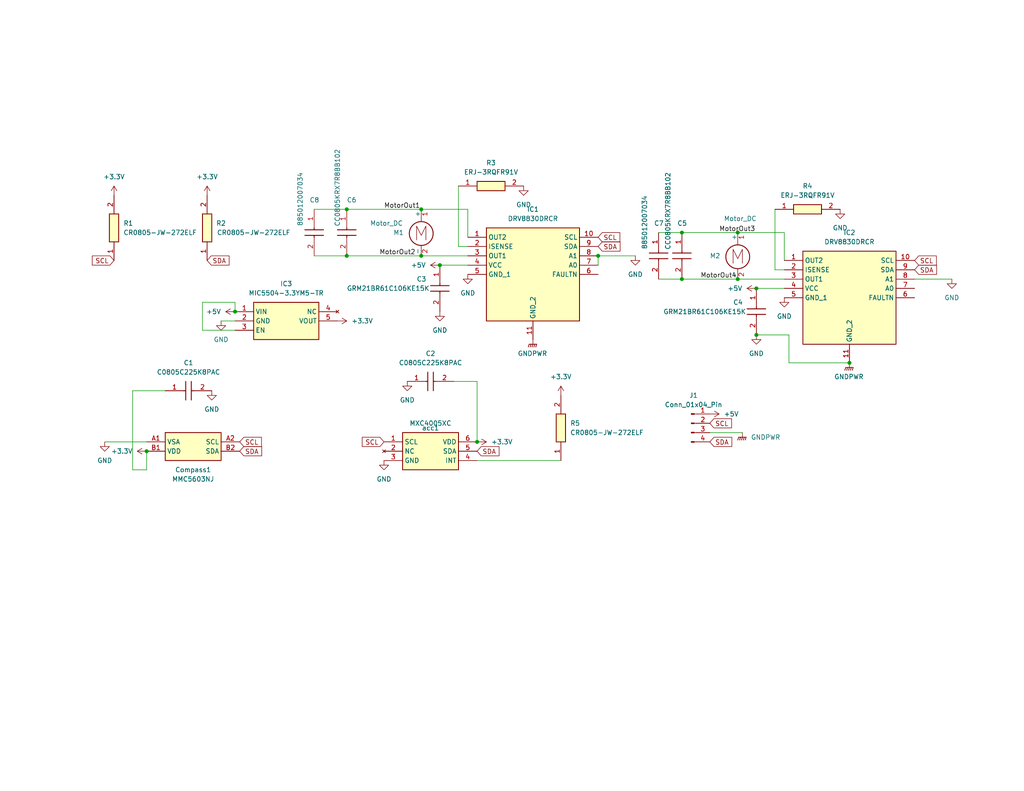
<source format=kicad_sch>
(kicad_sch (version 20231120) (generator "eeschema") (generator_version "8.0")
  (paper "USLetter")
  (lib_symbols
    (symbol "Connector:Conn_01x04_Pin" (pin_names (offset 1.016) hide)
      (property "Reference" "J" (at 0 5.08 0))
      (property "Value" "Conn_01x04_Pin" (at 0 -7.62 0))
      (symbol "Conn_01x04_Pin_1_1"
        (polyline (pts (xy 1.27 -5.08) (xy 0.8636 -5.08)) (stroke (width 0.1524)))
        (polyline (pts (xy 1.27 -2.54) (xy 0.8636 -2.54)) (stroke (width 0.1524)))
        (polyline (pts (xy 1.27 0) (xy 0.8636 0)) (stroke (width 0.1524)))
        (polyline (pts (xy 1.27 2.54) (xy 0.8636 2.54)) (stroke (width 0.1524)))
        (rectangle (start 0.8636 -4.953) (end 0 -5.207) (stroke (width 0.1524)) (fill (type outline)))
        (rectangle (start 0.8636 -2.413) (end 0 -2.667) (stroke (width 0.1524)) (fill (type outline)))
        (rectangle (start 0.8636 0.127) (end 0 -0.127) (stroke (width 0.1524)) (fill (type outline)))
        (rectangle (start 0.8636 2.667) (end 0 2.413) (stroke (width 0.1524)) (fill (type outline)))
        (pin passive line (at 5.08 2.54 180) (length 3.81) (name "Pin_1") (number "1"))
        (pin passive line (at 5.08 0 180) (length 3.81) (name "Pin_2") (number "2"))
        (pin passive line (at 5.08 -2.54 180) (length 3.81) (name "Pin_3") (number "3"))
        (pin passive line (at 5.08 -5.08 180) (length 3.81) (name "Pin_4") (number "4"))
      )
    )
    (symbol "Motor:Motor_DC" (pin_names (offset 0))
      (property "Reference" "M" (at 2.54 2.54 0))
      (property "Value" "Motor_DC" (at 2.54 -5.08 0))
      (symbol "Motor_DC_0_0"
        (polyline (pts (xy -1.27 -3.302) (xy -1.27 0.508) (xy 0 -2.032) (xy 1.27 0.508) (xy 1.27 -3.302)))
      )
      (symbol "Motor_DC_0_1"
        (circle (center 0 -1.524) (radius 3.2512) (stroke (width 0.254)))
        (polyline (pts (xy 0 -7.62) (xy 0 -7.112)))
        (polyline (pts (xy 0 -4.7752) (xy 0 -5.1816)))
        (polyline (pts (xy 0 1.7272) (xy 0 2.0828)))
        (polyline (pts (xy 0 2.032) (xy 0 2.54)))
      )
      (symbol "Motor_DC_1_1"
        (pin passive line (at 0 5.08 270) (length 2.54) (name "+") (number "1"))
        (pin passive line (at 0 -7.62 90) (length 2.54) (name "-") (number "2"))
      )
    )
    (symbol "Samacsys:885012007034" (pin_names hide)
      (property "Reference" "C" (at 8.89 6.35 0))
      (property "Value" "885012007034" (at 8.89 3.81 0))
      (symbol "885012007034_1_1"
        (polyline (pts (xy 5.08 0) (xy 5.588 0)) (stroke (width 0.254)))
        (polyline (pts (xy 5.588 2.54) (xy 5.588 -2.54)) (stroke (width 0.254)))
        (polyline (pts (xy 7.112 0) (xy 7.62 0)) (stroke (width 0.254)))
        (polyline (pts (xy 7.112 2.54) (xy 7.112 -2.54)) (stroke (width 0.254)))
        (pin passive line (at 0 0 0) (length 5.08) (name "1") (number "1"))
        (pin passive line (at 12.7 0 180) (length 5.08) (name "2") (number "2"))
      )
    )
    (symbol "Samacsys:C0805C225K8PAC" (pin_names hide)
      (property "Reference" "C" (at 8.89 6.35 0))
      (property "Value" "C0805C225K8PAC" (at 8.89 3.81 0))
      (symbol "C0805C225K8PAC_1_1"
        (polyline (pts (xy 5.08 0) (xy 5.588 0)) (stroke (width 0.254)))
        (polyline (pts (xy 5.588 2.54) (xy 5.588 -2.54)) (stroke (width 0.254)))
        (polyline (pts (xy 7.112 0) (xy 7.62 0)) (stroke (width 0.254)))
        (polyline (pts (xy 7.112 2.54) (xy 7.112 -2.54)) (stroke (width 0.254)))
        (pin passive line (at 0 0 0) (length 5.08) (name "1") (number "1"))
        (pin passive line (at 12.7 0 180) (length 5.08) (name "2") (number "2"))
      )
    )
    (symbol "Samacsys:CC0805KRX7R8BB102" (pin_names hide)
      (property "Reference" "C" (at 8.89 6.35 0))
      (property "Value" "CC0805KRX7R8BB102" (at 8.89 3.81 0))
      (symbol "CC0805KRX7R8BB102_1_1"
        (polyline (pts (xy 5.08 0) (xy 5.588 0)) (stroke (width 0.254)))
        (polyline (pts (xy 5.588 2.54) (xy 5.588 -2.54)) (stroke (width 0.254)))
        (polyline (pts (xy 7.112 0) (xy 7.62 0)) (stroke (width 0.254)))
        (polyline (pts (xy 7.112 2.54) (xy 7.112 -2.54)) (stroke (width 0.254)))
        (pin passive line (at 0 0 0) (length 5.08) (name "1") (number "1"))
        (pin passive line (at 12.7 0 180) (length 5.08) (name "2") (number "2"))
      )
    )
    (symbol "Samacsys:CR0805-JW-272ELF" (pin_names hide)
      (property "Reference" "R" (at 13.97 6.35 0))
      (property "Value" "CR0805-JW-272ELF" (at 13.97 3.81 0))
      (symbol "CR0805-JW-272ELF_1_1"
        (rectangle (start 5.08 1.27) (end 12.7 -1.27) (stroke (width 0.254)) (fill (type background)))
        (pin passive line (at 0 0 0) (length 5.08) (name "1") (number "1"))
        (pin passive line (at 17.78 0 180) (length 5.08) (name "2") (number "2"))
      )
    )
    (symbol "Samacsys:DRV8830DRCR"
      (property "Reference" "IC" (at 31.75 7.62 0))
      (property "Value" "DRV8830DRCR" (at 31.75 5.08 0))
      (symbol "DRV8830DRCR_1_1"
        (rectangle (start 5.08 2.54) (end 30.48 -22.86) (stroke (width 0.254)) (fill (type background)))
        (pin passive line (at 0 0 0) (length 5.08) (name "OUT2") (number "1"))
        (pin passive line (at 35.56 0 180) (length 5.08) (name "SCL") (number "10"))
        (pin passive line (at 17.78 -27.94 90) (length 5.08) (name "GND_2") (number "11"))
        (pin passive line (at 0 -2.54 0) (length 5.08) (name "ISENSE") (number "2"))
        (pin passive line (at 0 -5.08 0) (length 5.08) (name "OUT1") (number "3"))
        (pin passive line (at 0 -7.62 0) (length 5.08) (name "VCC") (number "4"))
        (pin passive line (at 0 -10.16 0) (length 5.08) (name "GND_1") (number "5"))
        (pin passive line (at 35.56 -10.16 180) (length 5.08) (name "FAULTN") (number "6"))
        (pin passive line (at 35.56 -7.62 180) (length 5.08) (name "A0") (number "7"))
        (pin passive line (at 35.56 -5.08 180) (length 5.08) (name "A1") (number "8"))
        (pin passive line (at 35.56 -2.54 180) (length 5.08) (name "SDA") (number "9"))
      )
    )
    (symbol "Samacsys:ERJ-3RQFR91V" (pin_names hide)
      (property "Reference" "R" (at 13.97 6.35 0))
      (property "Value" "ERJ-3RQFR91V" (at 13.97 3.81 0))
      (symbol "ERJ-3RQFR91V_1_1"
        (rectangle (start 5.08 1.27) (end 12.7 -1.27) (stroke (width 0.254)) (fill (type background)))
        (pin passive line (at 0 0 0) (length 5.08) (name "1") (number "1"))
        (pin passive line (at 17.78 0 180) (length 5.08) (name "2") (number "2"))
      )
    )
    (symbol "Samacsys:GRM21BR61C106KE15K" (pin_names hide)
      (property "Reference" "C" (at 8.89 6.35 0))
      (property "Value" "GRM21BR61C106KE15K" (at 8.89 3.81 0))
      (symbol "GRM21BR61C106KE15K_1_1"
        (polyline (pts (xy 5.08 0) (xy 5.588 0)) (stroke (width 0.254)))
        (polyline (pts (xy 5.588 2.54) (xy 5.588 -2.54)) (stroke (width 0.254)))
        (polyline (pts (xy 7.112 0) (xy 7.62 0)) (stroke (width 0.254)))
        (polyline (pts (xy 7.112 2.54) (xy 7.112 -2.54)) (stroke (width 0.254)))
        (pin passive line (at 0 0 0) (length 5.08) (name "1") (number "1"))
        (pin passive line (at 12.7 0 180) (length 5.08) (name "2") (number "2"))
      )
    )
    (symbol "Samacsys:MIC5504-3.3YM5-TR"
      (property "Reference" "IC" (at 24.13 7.62 0))
      (property "Value" "MIC5504-3.3YM5-TR" (at 24.13 5.08 0))
      (symbol "MIC5504-3.3YM5-TR_1_1"
        (rectangle (start 5.08 2.54) (end 22.86 -7.62) (stroke (width 0.254)) (fill (type background)))
        (pin passive line (at 0 0 0) (length 5.08) (name "VIN") (number "1"))
        (pin passive line (at 0 -2.54 0) (length 5.08) (name "GND") (number "2"))
        (pin passive line (at 0 -5.08 0) (length 5.08) (name "EN") (number "3"))
        (pin no_connect line (at 27.94 0 180) (length 5.08) (name "NC") (number "4"))
        (pin passive line (at 27.94 -2.54 180) (length 5.08) (name "VOUT") (number "5"))
      )
    )
    (symbol "Samacsys:MMC5603NJ"
      (property "Reference" "IC" (at 21.59 7.62 0))
      (property "Value" "MMC5603NJ" (at 21.59 5.08 0))
      (symbol "MMC5603NJ_1_1"
        (rectangle (start 5.08 2.54) (end 20.32 -5.08) (stroke (width 0.254)) (fill (type background)))
        (pin passive line (at 0 0 0) (length 5.08) (name "VSA") (number "A1"))
        (pin passive line (at 25.4 0 180) (length 5.08) (name "SCL") (number "A2"))
        (pin passive line (at 0 -2.54 0) (length 5.08) (name "VDD") (number "B1"))
        (pin passive line (at 25.4 -2.54 180) (length 5.08) (name "SDA") (number "B2"))
      )
    )
    (symbol "Samacsys:MXC4005XC"
      (property "Reference" "IC" (at 21.59 7.62 0))
      (property "Value" "MXC4005XC" (at 21.59 5.08 0))
      (symbol "MXC4005XC_1_1"
        (rectangle (start 5.08 2.54) (end 20.32 -7.62) (stroke (width 0.254)) (fill (type background)))
        (pin passive line (at 0 0 0) (length 5.08) (name "SCL") (number "1"))
        (pin no_connect line (at 0 -2.54 0) (length 5.08) (name "NC") (number "2"))
        (pin passive line (at 0 -5.08 0) (length 5.08) (name "GND") (number "3"))
        (pin passive line (at 25.4 -5.08 180) (length 5.08) (name "INT") (number "4"))
        (pin passive line (at 25.4 -2.54 180) (length 5.08) (name "SDA") (number "5"))
        (pin passive line (at 25.4 0 180) (length 5.08) (name "VDD") (number "6"))
      )
    )
    (symbol "power:+3.3V" (power) (pin_names (offset 0))
      (property "Value" "+3.3V" (at 0 3.556 0))
      (symbol "+3.3V_0_1"
        (polyline (pts (xy -0.762 1.27) (xy 0 2.54)))
        (polyline (pts (xy 0 0) (xy 0 2.54)))
        (polyline (pts (xy 0 2.54) (xy 0.762 1.27)))
      )
      (symbol "+3.3V_1_1"
        (pin power_in line (at 0 0 90) (length 0) hide (name "+3.3V") (number "1"))
      )
    )
    (symbol "power:+5V" (power) (pin_names (offset 0))
      (property "Value" "+5V" (at 0 3.556 0))
      (symbol "+5V_0_1"
        (polyline (pts (xy -0.762 1.27) (xy 0 2.54)))
        (polyline (pts (xy 0 0) (xy 0 2.54)))
        (polyline (pts (xy 0 2.54) (xy 0.762 1.27)))
      )
      (symbol "+5V_1_1"
        (pin power_in line (at 0 0 90) (length 0) hide (name "+5V") (number "1"))
      )
    )
    (symbol "power:GND" (power) (pin_names (offset 0))
      (property "Value" "GND" (at 0 -3.81 0))
      (symbol "GND_0_1"
        (polyline (pts (xy 0 0) (xy 0 -1.27) (xy 1.27 -1.27) (xy 0 -2.54) (xy -1.27 -1.27) (xy 0 -1.27)))
      )
      (symbol "GND_1_1"
        (pin power_in line (at 0 0 270) (length 0) hide (name "GND") (number "1"))
      )
    )
    (symbol "power:GNDPWR" (power) (pin_names (offset 0))
      (property "Value" "GNDPWR" (at 0 -3.302 0))
      (symbol "GNDPWR_0_1"
        (polyline (pts (xy 0 -1.27) (xy 0 0)))
        (polyline (pts (xy -1.016 -1.27) (xy -1.27 -2.032) (xy -1.27 -2.032)) (stroke (width 0.2032)))
        (polyline (pts (xy -0.508 -1.27) (xy -0.762 -2.032) (xy -0.762 -2.032)) (stroke (width 0.2032)))
        (polyline (pts (xy 0 -1.27) (xy -0.254 -2.032) (xy -0.254 -2.032)) (stroke (width 0.2032)))
        (polyline (pts (xy 0.508 -1.27) (xy 0.254 -2.032) (xy 0.254 -2.032)) (stroke (width 0.2032)))
        (polyline (pts (xy 1.016 -1.27) (xy -1.016 -1.27) (xy -1.016 -1.27)) (stroke (width 0.2032)))
        (polyline (pts (xy 1.016 -1.27) (xy 0.762 -2.032) (xy 0.762 -2.032) (xy 0.762 -2.032)) (stroke (width 0.2032)))
      )
      (symbol "GNDPWR_1_1"
        (pin power_in line (at 0 0 270) (length 0) hide (name "GNDPWR") (number "1"))
      )
    )
  )
  (junction (at 201.295 63.5))
  (junction (at 94.615 69.85))
  (junction (at 186.055 76.2))
  (junction (at 206.375 78.74))
  (junction (at 94.615 57.15))
  (junction (at 40.005 123.19))
  (junction (at 201.295 76.2))
  (junction (at 130.175 120.65))
  (junction (at 186.055 63.5))
  (junction (at 114.935 69.85))
  (junction (at 163.195 69.85))
  (junction (at 114.935 57.15))
  (junction (at 206.375 91.44))
  (junction (at 120.015 72.39))
  (junction (at 231.775 99.06))
  (junction (at 64.135 85.09))
  (wire (pts (xy 45.085 106.68) (xy 36.195 106.68)))
  (wire (pts (xy 123.825 104.14) (xy 130.175 104.14)))
  (wire (pts (xy 85.725 57.15) (xy 94.615 57.15)))
  (wire (pts (xy 55.245 90.17) (xy 55.245 82.55)))
  (wire (pts (xy 179.705 76.2) (xy 186.055 76.2)))
  (wire (pts (xy 94.615 69.85) (xy 114.935 69.85)))
  (wire (pts (xy 206.375 91.44) (xy 215.265 91.44)))
  (wire (pts (xy 249.555 76.2) (xy 259.715 76.2)))
  (wire (pts (xy 206.375 78.74) (xy 213.995 78.74)))
  (wire (pts (xy 163.195 69.85) (xy 163.195 72.39)))
  (wire (pts (xy 186.055 63.5) (xy 201.295 63.5)))
  (wire (pts (xy 201.295 76.2) (xy 213.995 76.2)))
  (wire (pts (xy 94.615 57.15) (xy 114.935 57.15)))
  (wire (pts (xy 55.245 82.55) (xy 64.135 82.55)))
  (wire (pts (xy 36.195 106.68) (xy 36.195 128.27)))
  (wire (pts (xy 36.195 128.27) (xy 40.005 128.27)))
  (wire (pts (xy 64.135 90.17) (xy 55.245 90.17)))
  (wire (pts (xy 153.035 125.73) (xy 130.175 125.73)))
  (wire (pts (xy 163.195 69.85) (xy 173.355 69.85)))
  (wire (pts (xy 193.675 118.11) (xy 202.565 118.11)))
  (wire (pts (xy 211.455 73.66) (xy 213.995 73.66)))
  (wire (pts (xy 215.265 91.44) (xy 215.265 99.06)))
  (wire (pts (xy 125.095 67.31) (xy 127.635 67.31)))
  (wire (pts (xy 211.455 57.15) (xy 211.455 73.66)))
  (wire (pts (xy 120.015 72.39) (xy 127.635 72.39)))
  (wire (pts (xy 201.295 63.5) (xy 213.995 63.5)))
  (wire (pts (xy 64.135 82.55) (xy 64.135 85.09)))
  (wire (pts (xy 213.995 63.5) (xy 213.995 71.12)))
  (wire (pts (xy 114.935 57.15) (xy 127.635 57.15)))
  (wire (pts (xy 40.005 128.27) (xy 40.005 123.19)))
  (wire (pts (xy 130.175 104.14) (xy 130.175 120.65)))
  (wire (pts (xy 127.635 57.15) (xy 127.635 64.77)))
  (wire (pts (xy 28.575 120.65) (xy 40.005 120.65)))
  (wire (pts (xy 60.325 87.63) (xy 64.135 87.63)))
  (wire (pts (xy 215.265 99.06) (xy 231.775 99.06)))
  (wire (pts (xy 186.055 76.2) (xy 201.295 76.2)))
  (wire (pts (xy 114.935 69.85) (xy 127.635 69.85)))
  (wire (pts (xy 85.725 69.85) (xy 94.615 69.85)))
  (wire (pts (xy 179.705 63.5) (xy 186.055 63.5)))
  (wire (pts (xy 125.095 50.8) (xy 125.095 67.31)))
  (label "MotorOut1" (at 104.775 57.15 0))
  (label "MotorOut4" (at 191.135 76.2 0))
  (label "MotorOut3" (at 196.215 63.5 0))
  (label "MotorOut2" (at 103.505 69.85 0))
  (global_label "SDA" (shape input) (at 56.515 71.12 0) (property "Intersheetrefs" "${INTERSHEET_REFS}" (effects (hide yes))))
  (global_label "SDA" (shape input) (at 65.405 123.19 0) (property "Intersheetrefs" "${INTERSHEET_REFS}" (effects (hide yes))))
  (global_label "SCL" (shape input) (at 193.675 115.57 0) (property "Intersheetrefs" "${INTERSHEET_REFS}" (effects (hide yes))))
  (global_label "SCL" (shape input) (at 249.555 71.12 0) (property "Intersheetrefs" "${INTERSHEET_REFS}" (effects (hide yes))))
  (global_label "SDA" (shape input) (at 249.555 73.66 0) (property "Intersheetrefs" "${INTERSHEET_REFS}" (effects (hide yes))))
  (global_label "SCL" (shape input) (at 163.195 64.77 0) (property "Intersheetrefs" "${INTERSHEET_REFS}" (effects (hide yes))))
  (global_label "SCL" (shape input) (at 65.405 120.65 0) (property "Intersheetrefs" "${INTERSHEET_REFS}" (effects (hide yes))))
  (global_label "SDA" (shape input) (at 163.195 67.31 0) (property "Intersheetrefs" "${INTERSHEET_REFS}" (effects (hide yes))))
  (global_label "SDA" (shape input) (at 130.175 123.19 0) (property "Intersheetrefs" "${INTERSHEET_REFS}" (effects (hide yes))))
  (global_label "SCL" (shape input) (at 31.115 71.12 180) (property "Intersheetrefs" "${INTERSHEET_REFS}" (effects (hide yes))))
  (global_label "SDA" (shape input) (at 193.675 120.65 0) (property "Intersheetrefs" "${INTERSHEET_REFS}" (effects (hide yes))))
  (global_label "SCL" (shape input) (at 104.775 120.65 180) (property "Intersheetrefs" "${INTERSHEET_REFS}" (effects (hide yes))))
  (symbol (lib_id "Samacsys:CR0805-JW-272ELF") (at 56.515 71.12 90) (unit 1)
    (property "Reference" "R2" (at 60.325 60.96 90))
    (property "Value" "CR0805-JW-272ELF" (at 69.215 63.5 90))
    (property "Footprint" "Samacsys:RESC2012X60N" (effects (hide yes)))
    (property "Datasheet" "https://www.bourns.com/pdfs/chpreztr.pdf" (effects (hide yes)))
    (property "Height" "0.6" (effects (hide yes)))
    (property "Mouser Part Number" "652-CR0805JW-272ELF" (effects (hide yes)))
    (property "Mouser Price/Stock" "https://www.mouser.co.uk/ProductDetail/Bourns/CR0805-JW-272ELF?qs=%252BcBkmVQIZ2T7fs90LBgILQ%3D%3D" (effects (hide yes)))
    (property "Manufacturer_Name" "Bourns" (effects (hide yes)))
    (property "Manufacturer_Part_Number" "CR0805-JW-272ELF" (effects (hide yes)))
  )
  (symbol (lib_id "Samacsys:MMC5603NJ") (at 40.005 120.65 0) (unit 1)
    (property "Reference" "Compass1" (at 52.705 128.27 0))
    (property "Value" "MMC5603NJ" (at 52.705 130.81 0))
    (property "Footprint" "Samacsys:MMC5603NJ" (effects (hide yes)))
    (property "Datasheet" "https://www.mouser.de/datasheet/2/821/Memsic_09102019_MMC5603NJ_Datasheet_Rev.B-1635324.pdf" (effects (hide yes)))
    (property "Height" "0.6" (effects (hide yes)))
    (property "Mouser Part Number" "438-MMC5603NJ" (effects (hide yes)))
    (property "Mouser Price/Stock" "https://www.mouser.co.uk/ProductDetail/MEMSIC/MMC5603NJ?qs=B6kkDfuK7%2FDOubZFFHvcXw%3D%3D" (effects (hide yes)))
    (property "Manufacturer_Name" "MEMSIC" (effects (hide yes)))
    (property "Manufacturer_Part_Number" "MMC5603NJ" (effects (hide yes)))
  )
  (symbol (lib_id "power:GND") (at 104.775 125.73 0) (unit 1)
    (property "Reference" "#PWR01" (effects (hide yes)))
    (property "Value" "GND" (at 104.775 130.81 0))
  )
  (symbol (lib_id "power:GND") (at 142.875 50.8 0) (unit 1)
    (property "Reference" "#PWR08" (effects (hide yes)))
    (property "Value" "GND" (at 142.875 55.88 0))
  )
  (symbol (lib_id "Samacsys:ERJ-3RQFR91V") (at 125.095 50.8 0) (unit 1)
    (property "Reference" "R3" (at 133.985 44.45 0))
    (property "Value" "ERJ-3RQFR91V" (at 133.985 46.99 0))
    (property "Footprint" "Samacsys:ERJ3_B_BQ_BW_LW_(0603)" (effects (hide yes)))
    (property "Datasheet" "http://industrial.panasonic.com/cdbs/www-data/pdf/RDN0000/AOA0000C313.pdf" (effects (hide yes)))
    (property "Mouser Part Number" "667-ERJ-3RQFR91V" (effects (hide yes)))
    (property "Mouser Price/Stock" "https://www.mouser.co.uk/ProductDetail/Panasonic/ERJ-3RQFR91V?qs=KH2o3k57USjDASjCCUSeYQ%3D%3D" (effects (hide yes)))
    (property "Manufacturer_Name" "Panasonic" (effects (hide yes)))
    (property "Manufacturer_Part_Number" "ERJ-3RQFR91V" (effects (hide yes)))
  )
  (symbol (lib_id "Samacsys:DRV8830DRCR") (at 127.635 64.77 0) (unit 1)
    (property "Reference" "IC1" (at 145.415 57.15 0))
    (property "Value" "DRV8830DRCR" (at 145.415 59.69 0))
    (property "Footprint" "Samacsys:SON50P300X300X100-11N-D" (effects (hide yes)))
    (property "Datasheet" "http://www.ti.com/lit/gpn/drv8830" (effects (hide yes)))
    (property "Height" "1" (effects (hide yes)))
    (property "Mouser Part Number" "595-DRV8830DRCR" (effects (hide yes)))
    (property "Mouser Price/Stock" "https://www.mouser.co.uk/ProductDetail/Texas-Instruments/DRV8830DRCR?qs=0gJBXdIUCJlJZs6VRNmUtw%3D%3D" (effects (hide yes)))
    (property "Manufacturer_Name" "Texas Instruments" (effects (hide yes)))
    (property "Manufacturer_Part_Number" "DRV8830DRCR" (effects (hide yes)))
  )
  (symbol (lib_id "power:GND") (at 259.715 76.2 0) (unit 1)
    (property "Reference" "#PWR024" (effects (hide yes)))
    (property "Value" "GND" (at 259.715 81.28 0))
  )
  (symbol (lib_id "Samacsys:DRV8830DRCR") (at 213.995 71.12 0) (unit 1)
    (property "Reference" "IC2" (at 231.775 63.5 0))
    (property "Value" "DRV8830DRCR" (at 231.775 66.04 0))
    (property "Footprint" "Samacsys:SON50P300X300X100-11N-D" (effects (hide yes)))
    (property "Datasheet" "http://www.ti.com/lit/gpn/drv8830" (effects (hide yes)))
    (property "Height" "1" (effects (hide yes)))
    (property "Mouser Part Number" "595-DRV8830DRCR" (effects (hide yes)))
    (property "Mouser Price/Stock" "https://www.mouser.co.uk/ProductDetail/Texas-Instruments/DRV8830DRCR?qs=0gJBXdIUCJlJZs6VRNmUtw%3D%3D" (effects (hide yes)))
    (property "Manufacturer_Name" "Texas Instruments" (effects (hide yes)))
    (property "Manufacturer_Part_Number" "DRV8830DRCR" (effects (hide yes)))
  )
  (symbol (lib_id "Samacsys:885012007034") (at 179.705 63.5 270) (unit 1)
    (property "Reference" "C7" (at 178.435 60.96 90) (effects (justify left)))
    (property "Value" "885012007034" (at 175.895 53.34 0) (effects (justify left)))
    (property "Footprint" "Samacsys:CAPC2012X70N" (effects (hide yes)))
    (property "Datasheet" "https://katalog.we-online.com/pbs/datasheet/885012007034.pdf" (effects (hide yes)))
    (property "Height" "0.7" (effects (hide yes)))
    (property "Mouser Part Number" "710-885012007034" (effects (hide yes)))
    (property "Mouser Price/Stock" "https://www.mouser.co.uk/ProductDetail/Wurth-Elektronik/885012007034?qs=0KOYDY2FL2%2Fe7W6MOnhOJQ%3D%3D" (effects (hide yes)))
    (property "Manufacturer_Name" "Wurth Elektronik" (effects (hide yes)))
    (property "Manufacturer_Part_Number" "885012007034" (effects (hide yes)))
  )
  (symbol (lib_id "power:GND") (at 57.785 106.68 0) (unit 1)
    (property "Reference" "#PWR07" (effects (hide yes)))
    (property "Value" "GND" (at 57.785 111.76 0))
  )
  (symbol (lib_id "power:+5V") (at 193.675 113.03 270) (unit 1)
    (property "Reference" "#PWR025" (effects (hide yes)))
    (property "Value" "+5V" (at 197.485 113.03 90) (effects (justify left)))
  )
  (symbol (lib_id "power:+3.3V") (at 56.515 53.34 0) (unit 1)
    (property "Reference" "#PWR05" (effects (hide yes)))
    (property "Value" "+3.3V" (at 56.515 48.26 0))
  )
  (symbol (lib_id "power:GNDPWR") (at 145.415 92.71 0) (unit 1)
    (property "Reference" "#PWR015" (effects (hide yes)))
    (property "Value" "GNDPWR" (at 145.288 96.52 0))
  )
  (symbol (lib_id "power:+3.3V") (at 40.005 123.19 90) (unit 1)
    (property "Reference" "#PWR010" (effects (hide yes)))
    (property "Value" "+3.3V" (at 36.195 123.19 90) (effects (justify left)))
  )
  (symbol (lib_id "power:GND") (at 28.575 120.65 0) (unit 1)
    (property "Reference" "#PWR02" (effects (hide yes)))
    (property "Value" "GND" (at 28.575 125.73 0))
  )
  (symbol (lib_id "power:+3.3V") (at 92.075 87.63 270) (unit 1)
    (property "Reference" "#PWR04" (effects (hide yes)))
    (property "Value" "+3.3V" (at 95.885 87.63 90) (effects (justify left)))
  )
  (symbol (lib_id "power:GND") (at 120.015 85.09 0) (unit 1)
    (property "Reference" "#PWR016" (effects (hide yes)))
    (property "Value" "GND" (at 120.015 90.17 0))
  )
  (symbol (lib_id "power:GND") (at 60.325 87.63 0) (unit 1)
    (property "Reference" "#PWR03" (effects (hide yes)))
    (property "Value" "GND" (at 60.325 92.71 0))
  )
  (symbol (lib_id "power:GNDPWR") (at 202.565 118.11 0) (unit 1)
    (property "Reference" "#PWR026" (effects (hide yes)))
    (property "Value" "GNDPWR" (at 208.915 119.38 0))
  )
  (symbol (lib_id "Samacsys:MIC5504-3.3YM5-TR") (at 64.135 85.09 0) (unit 1)
    (property "Reference" "IC3" (at 78.105 77.47 0))
    (property "Value" "MIC5504-3.3YM5-TR" (at 78.105 80.01 0))
    (property "Footprint" "Samacsys:SOT95P280X145-5N" (effects (hide yes)))
    (property "Datasheet" "https://componentsearchengine.com/Datasheets/2/MIC5504-3.3YM5-TR.pdf" (effects (hide yes)))
    (property "Height" "1.45" (effects (hide yes)))
    (property "Mouser Part Number" "998-MIC5504-3.3YM5TR" (effects (hide yes)))
    (property "Mouser Price/Stock" "https://www.mouser.co.uk/ProductDetail/Microchip-Technology/MIC5504-3.3YM5-TR?qs=U6T8BxXiZAUmVQ5Zs217qQ%3D%3D" (effects (hide yes)))
    (property "Manufacturer_Name" "Microchip" (effects (hide yes)))
    (property "Manufacturer_Part_Number" "MIC5504-3.3YM5-TR" (effects (hide yes)))
  )
  (symbol (lib_id "Samacsys:CR0805-JW-272ELF") (at 31.115 71.12 90) (unit 1)
    (property "Reference" "R1" (at 33.655 60.96 90) (effects (justify right)))
    (property "Value" "CR0805-JW-272ELF" (at 33.655 63.5 90) (effects (justify right)))
    (property "Footprint" "Samacsys:RESC2012X60N" (effects (hide yes)))
    (property "Datasheet" "https://www.bourns.com/pdfs/chpreztr.pdf" (effects (hide yes)))
    (property "Height" "0.6" (effects (hide yes)))
    (property "Mouser Part Number" "652-CR0805JW-272ELF" (effects (hide yes)))
    (property "Mouser Price/Stock" "https://www.mouser.co.uk/ProductDetail/Bourns/CR0805-JW-272ELF?qs=%252BcBkmVQIZ2T7fs90LBgILQ%3D%3D" (effects (hide yes)))
    (property "Manufacturer_Name" "Bourns" (effects (hide yes)))
    (property "Manufacturer_Part_Number" "CR0805-JW-272ELF" (effects (hide yes)))
  )
  (symbol (lib_id "Samacsys:GRM21BR61C106KE15K") (at 206.375 78.74 270) (unit 1)
    (property "Reference" "C4" (at 200.025 82.55 90) (effects (justify left)))
    (property "Value" "GRM21BR61C106KE15K" (at 180.975 85.09 90) (effects (justify left)))
    (property "Footprint" "Samacsys:CAPC2012X145N" (effects (hide yes)))
    (property "Datasheet" "http://www.murata.com/~/media/webrenewal/support/library/catalog/products/capacitor/mlcc/c02e.pdf" (effects (hide yes)))
    (property "Height" "1.45" (effects (hide yes)))
    (property "Mouser Part Number" "81-GRM21BR61C106KE5K" (effects (hide yes)))
    (property "Mouser Price/Stock" "https://www.mouser.co.uk/ProductDetail/Murata-Electronics/GRM21BR61C106KE15K?qs=h0WOCFF19ULjTOS37upAEw%3D%3D" (effects (hide yes)))
    (property "Manufacturer_Name" "Murata Electronics" (effects (hide yes)))
    (property "Manufacturer_Part_Number" "GRM21BR61C106KE15K" (effects (hide yes)))
  )
  (symbol (lib_id "power:GND") (at 229.235 57.15 0) (unit 1)
    (property "Reference" "#PWR012" (effects (hide yes)))
    (property "Value" "GND" (at 229.235 62.23 0))
  )
  (symbol (lib_id "power:GND") (at 127.635 74.93 0) (unit 1)
    (property "Reference" "#PWR018" (effects (hide yes)))
    (property "Value" "GND" (at 127.635 80.01 0))
  )
  (symbol (lib_id "power:+3.3V") (at 130.175 120.65 270) (unit 1)
    (property "Reference" "#PWR011" (effects (hide yes)))
    (property "Value" "+3.3V" (at 133.985 120.65 90) (effects (justify left)))
  )
  (symbol (lib_id "Samacsys:CR0805-JW-272ELF") (at 153.035 125.73 90) (unit 1)
    (property "Reference" "R5" (at 155.575 115.57 90) (effects (justify right)))
    (property "Value" "CR0805-JW-272ELF" (at 155.575 118.11 90) (effects (justify right)))
    (property "Footprint" "Samacsys:RESC2012X60N" (effects (hide yes)))
    (property "Datasheet" "https://www.bourns.com/pdfs/chpreztr.pdf" (effects (hide yes)))
    (property "Height" "0.6" (effects (hide yes)))
    (property "Mouser Part Number" "652-CR0805JW-272ELF" (effects (hide yes)))
    (property "Mouser Price/Stock" "https://www.mouser.co.uk/ProductDetail/Bourns/CR0805-JW-272ELF?qs=%252BcBkmVQIZ2T7fs90LBgILQ%3D%3D" (effects (hide yes)))
    (property "Manufacturer_Name" "Bourns" (effects (hide yes)))
    (property "Manufacturer_Part_Number" "CR0805-JW-272ELF" (effects (hide yes)))
  )
  (symbol (lib_id "power:+5V") (at 206.375 78.74 90) (unit 1)
    (property "Reference" "#PWR020" (effects (hide yes)))
    (property "Value" "+5V" (at 202.565 78.74 90) (effects (justify left)))
  )
  (symbol (lib_id "Samacsys:CC0805KRX7R8BB102") (at 94.615 57.15 270) (unit 1)
    (property "Reference" "C6" (at 94.615 54.61 90) (effects (justify left)))
    (property "Value" "CC0805KRX7R8BB102" (at 92.075 40.64 0) (effects (justify left)))
    (property "Footprint" "Samacsys:CAPC2012X70N" (effects (hide yes)))
    (property "Datasheet" "https://4donline.ihs.com/images/VipMasterIC/IC/YAGO/YAGO-S-A0018534584/YAGO-S-A0018882785-1.pdf?hkey=EF798316E3902B6ED9A73243A3159BB0" (effects (hide yes)))
    (property "Height" "0.7" (effects (hide yes)))
    (property "Manufacturer_Name" "YAGEO" (effects (hide yes)))
    (property "Manufacturer_Part_Number" "CC0805KRX7R8BB102" (effects (hide yes)))
  )
  (symbol (lib_id "power:GNDPWR") (at 231.775 99.06 0) (unit 1)
    (property "Reference" "#PWR023" (effects (hide yes)))
    (property "Value" "GNDPWR" (at 231.648 102.87 0))
  )
  (symbol (lib_id "Samacsys:MXC4005XC") (at 104.775 120.65 0) (unit 1)
    (property "Reference" "acc1" (at 117.475 116.84 0))
    (property "Value" "MXC4005XC" (at 117.475 115.57 0))
    (property "Footprint" "Samacsys:MXC4005XC" (effects (hide yes)))
    (property "Datasheet" "https://datasheet.datasheetarchive.com/originals/distributors/Datasheets_SAMA/aa0fcdfc55209a6ab2215b00180fe2f1.pdf" (effects (hide yes)))
    (property "Height" "0.885" (effects (hide yes)))
    (property "Mouser Part Number" "438-MXC4005XC" (effects (hide yes)))
    (property "Mouser Price/Stock" "https://www.mouser.co.uk/ProductDetail/MEMSIC/MXC4005XC?qs=RcG8xmE7yp3iyYgWLmAtUw%3D%3D" (effects (hide yes)))
    (property "Manufacturer_Name" "MEMSIC" (effects (hide yes)))
    (property "Manufacturer_Part_Number" "MXC4005XC" (effects (hide yes)))
  )
  (symbol (lib_id "Motor:Motor_DC") (at 201.295 68.58 0) (mirror y) (unit 1)
    (property "Reference" "M2" (at 193.675 69.85 0) (effects (justify right)))
    (property "Value" "Motor_DC" (at 197.485 59.69 0) (effects (justify right)))
    (property "Footprint" "1 Zeke:Micro Motor" (effects (hide yes)))
  )
  (symbol (lib_id "power:+5V") (at 120.015 72.39 90) (unit 1)
    (property "Reference" "#PWR017" (effects (hide yes)))
    (property "Value" "+5V" (at 116.205 72.39 90) (effects (justify left)))
  )
  (symbol (lib_id "Samacsys:C0805C225K8PAC") (at 45.085 106.68 0) (unit 1)
    (property "Reference" "C1" (at 51.435 99.06 0))
    (property "Value" "C0805C225K8PAC" (at 51.435 101.6 0))
    (property "Footprint" "Samacsys:CAPC2012X140N" (effects (hide yes)))
    (property "Datasheet" "https://www.kemet.com/specsheet/C0805C225K8PAC%7BBULK%7D" (effects (hide yes)))
    (property "Height" "1.4" (effects (hide yes)))
    (property "Mouser Part Number" "80-C0805C225K8PAC" (effects (hide yes)))
    (property "Mouser Price/Stock" "https://www.mouser.co.uk/ProductDetail/KEMET/C0805C225K8PAC?qs=IIhARexJuViOAIXipuNNfg%3D%3D" (effects (hide yes)))
    (property "Manufacturer_Name" "KEMET" (effects (hide yes)))
    (property "Manufacturer_Part_Number" "C0805C225K8PAC" (effects (hide yes)))
  )
  (symbol (lib_id "Samacsys:CC0805KRX7R8BB102") (at 186.055 63.5 270) (unit 1)
    (property "Reference" "C5" (at 184.785 60.96 90) (effects (justify left)))
    (property "Value" "CC0805KRX7R8BB102" (at 182.245 46.99 0) (effects (justify left)))
    (property "Footprint" "Samacsys:CAPC2012X70N" (effects (hide yes)))
    (property "Datasheet" "https://4donline.ihs.com/images/VipMasterIC/IC/YAGO/YAGO-S-A0018534584/YAGO-S-A0018882785-1.pdf?hkey=EF798316E3902B6ED9A73243A3159BB0" (effects (hide yes)))
    (property "Height" "0.7" (effects (hide yes)))
    (property "Manufacturer_Name" "YAGEO" (effects (hide yes)))
    (property "Manufacturer_Part_Number" "CC0805KRX7R8BB102" (effects (hide yes)))
  )
  (symbol (lib_id "Samacsys:ERJ-3RQFR91V") (at 211.455 57.15 0) (unit 1)
    (property "Reference" "R4" (at 220.345 50.8 0))
    (property "Value" "ERJ-3RQFR91V" (at 220.345 53.34 0))
    (property "Footprint" "Samacsys:ERJ3_B_BQ_BW_LW_(0603)" (effects (hide yes)))
    (property "Datasheet" "http://industrial.panasonic.com/cdbs/www-data/pdf/RDN0000/AOA0000C313.pdf" (effects (hide yes)))
    (property "Mouser Part Number" "667-ERJ-3RQFR91V" (effects (hide yes)))
    (property "Mouser Price/Stock" "https://www.mouser.co.uk/ProductDetail/Panasonic/ERJ-3RQFR91V?qs=KH2o3k57USjDASjCCUSeYQ%3D%3D" (effects (hide yes)))
    (property "Manufacturer_Name" "Panasonic" (effects (hide yes)))
    (property "Manufacturer_Part_Number" "ERJ-3RQFR91V" (effects (hide yes)))
  )
  (symbol (lib_id "power:+3.3V") (at 31.115 53.34 0) (unit 1)
    (property "Reference" "#PWR06" (effects (hide yes)))
    (property "Value" "+3.3V" (at 31.115 48.26 0))
  )
  (symbol (lib_id "power:GND") (at 206.375 91.44 0) (unit 1)
    (property "Reference" "#PWR021" (effects (hide yes)))
    (property "Value" "GND" (at 206.375 96.52 0))
  )
  (symbol (lib_id "power:+5V") (at 64.135 85.09 90) (unit 1)
    (property "Reference" "#PWR014" (effects (hide yes)))
    (property "Value" "+5V" (at 60.325 85.09 90) (effects (justify left)))
  )
  (symbol (lib_id "Samacsys:C0805C225K8PAC") (at 111.125 104.14 0) (unit 1)
    (property "Reference" "C2" (at 117.475 96.52 0))
    (property "Value" "C0805C225K8PAC" (at 117.475 99.06 0))
    (property "Footprint" "Samacsys:CAPC2012X140N" (effects (hide yes)))
    (property "Datasheet" "https://www.kemet.com/specsheet/C0805C225K8PAC%7BBULK%7D" (effects (hide yes)))
    (property "Height" "1.4" (effects (hide yes)))
    (property "Mouser Part Number" "80-C0805C225K8PAC" (effects (hide yes)))
    (property "Mouser Price/Stock" "https://www.mouser.co.uk/ProductDetail/KEMET/C0805C225K8PAC?qs=IIhARexJuViOAIXipuNNfg%3D%3D" (effects (hide yes)))
    (property "Manufacturer_Name" "KEMET" (effects (hide yes)))
    (property "Manufacturer_Part_Number" "C0805C225K8PAC" (effects (hide yes)))
  )
  (symbol (lib_id "Motor:Motor_DC") (at 114.935 62.23 0) (mirror y) (unit 1)
    (property "Reference" "M1" (at 107.315 63.5 0) (effects (justify right)))
    (property "Value" "Motor_DC" (at 100.965 60.96 0) (effects (justify right)))
    (property "Footprint" "1 Zeke:Micro Motor" (effects (hide yes)))
  )
  (symbol (lib_id "Samacsys:885012007034") (at 85.725 57.15 270) (unit 1)
    (property "Reference" "C8" (at 84.455 54.61 90) (effects (justify left)))
    (property "Value" "885012007034" (at 81.915 46.99 0) (effects (justify left)))
    (property "Footprint" "Samacsys:CAPC2012X70N" (effects (hide yes)))
    (property "Datasheet" "https://katalog.we-online.com/pbs/datasheet/885012007034.pdf" (effects (hide yes)))
    (property "Height" "0.7" (effects (hide yes)))
    (property "Mouser Part Number" "710-885012007034" (effects (hide yes)))
    (property "Mouser Price/Stock" "https://www.mouser.co.uk/ProductDetail/Wurth-Elektronik/885012007034?qs=0KOYDY2FL2%2Fe7W6MOnhOJQ%3D%3D" (effects (hide yes)))
    (property "Manufacturer_Name" "Wurth Elektronik" (effects (hide yes)))
    (property "Manufacturer_Part_Number" "885012007034" (effects (hide yes)))
  )
  (symbol (lib_id "power:GND") (at 111.125 104.14 0) (unit 1)
    (property "Reference" "#PWR013" (effects (hide yes)))
    (property "Value" "GND" (at 111.125 109.22 0))
  )
  (symbol (lib_id "power:+3.3V") (at 153.035 107.95 0) (unit 1)
    (property "Reference" "#PWR09" (effects (hide yes)))
    (property "Value" "+3.3V" (at 153.035 102.87 0))
  )
  (symbol (lib_id "Samacsys:GRM21BR61C106KE15K") (at 120.015 72.39 270) (unit 1)
    (property "Reference" "C3" (at 113.665 76.2 90) (effects (justify left)))
    (property "Value" "GRM21BR61C106KE15K" (at 94.615 78.74 90) (effects (justify left)))
    (property "Footprint" "Samacsys:CAPC2012X145N" (effects (hide yes)))
    (property "Datasheet" "http://www.murata.com/~/media/webrenewal/support/library/catalog/products/capacitor/mlcc/c02e.pdf" (effects (hide yes)))
    (property "Height" "1.45" (effects (hide yes)))
    (property "Mouser Part Number" "81-GRM21BR61C106KE5K" (effects (hide yes)))
    (property "Mouser Price/Stock" "https://www.mouser.co.uk/ProductDetail/Murata-Electronics/GRM21BR61C106KE15K?qs=h0WOCFF19ULjTOS37upAEw%3D%3D" (effects (hide yes)))
    (property "Manufacturer_Name" "Murata Electronics" (effects (hide yes)))
    (property "Manufacturer_Part_Number" "GRM21BR61C106KE15K" (effects (hide yes)))
  )
  (symbol (lib_id "power:GND") (at 213.995 81.28 0) (unit 1)
    (property "Reference" "#PWR022" (effects (hide yes)))
    (property "Value" "GND" (at 213.995 86.36 0))
  )
  (symbol (lib_id "Connector:Conn_01x04_Pin") (at 188.595 115.57 0) (unit 1)
    (property "Reference" "J1" (at 189.23 107.95 0))
    (property "Value" "Conn_01x04_Pin" (at 189.23 110.49 0))
    (property "Footprint" "1 Zeke:4x 0.1 SMT pad" (effects (hide yes)))
  )
  (symbol (lib_id "power:GND") (at 173.355 69.85 0) (unit 1)
    (property "Reference" "#PWR019" (effects (hide yes)))
    (property "Value" "GND" (at 173.355 74.93 0))
  )
)
</source>
